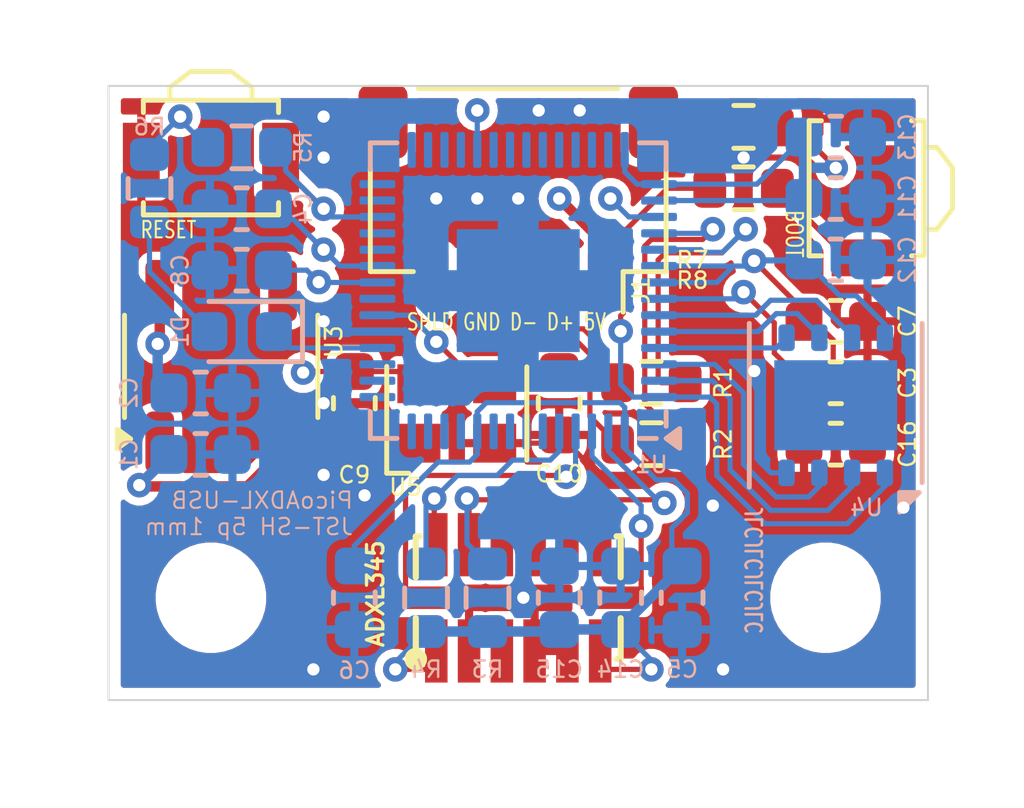
<source format=kicad_pcb>
(kicad_pcb (version 20240108) (generator "pcbnew") (generator_version "8.0")
  (layers (0 "F.Cu" signal "Front") (1 "In1.Cu" signal) (2 "In2.Cu" signal) (31 "B.Cu" signal "Back") (34 "B.Paste" user) (35 "F.Paste" user) (36 "B.SilkS" user "B.Silkscreen") (37 "F.SilkS" user "F.Silkscreen") (38 "B.Mask" user) (39 "F.Mask" user) (44 "Edge.Cuts" user))
  (net 0 "")
  (net 1 "VBUS")
  (net 2 "GND")
  (net 3 "+3V3")
  (net 4 "DVDD")
  (net 5 "/USB_DM")
  (net 6 "/USB_DP")
  (net 7 "Net-(U1-USB_DP)")
  (net 8 "Net-(U1-USB_DM)")
  (net 9 "/ADXL_SDO")
  (net 10 "/ADXL_SDI")
  (net 33 "/12MHZ_CLOCK")
  (net 35 "/ADXL_SCLK")
  (net 38 "/ADXL_CS")
  (net 39 "/ADXL_INT1")
  (net 43 "/RP_RUN")
  (net 49 "Net-(D1-K)")
  (net 50 "Net-(D1-A)")
  (net 52 "/QSPI_SS")
  (net 53 "/~{RP_BOOT}")
  (net 54 "/QSPI_SD2")
  (net 55 "/QSPI_SD1")
  (net 56 "/QSPI_SD3")
  (net 57 "/QSPI_SCLK")
  (net 58 "/QSPI_SD0")
  (footprint "PicoADXL-Library:Oscillator_SMD_Kyocera_KC2520Z-4Pin_2.5x2.0mm" (layer "F.Cu") (at 118.5 93 90)
    (property "Reference" "U5" (at -1.8 -1.25 180) (layer "F.SilkS") (effects (font (size 0.4 0.4) (thickness 0.06))))
    (property "Value" "12MHz")
    (pad "1" smd rect (at -0.725 -0.925 90) (size 0.95 1.05) (layers "F.Cu" "F.Paste" "F.Mask"))
    (pad "2" smd rect (at -0.725 0.925 90) (size 0.95 1.05) (layers "F.Cu" "F.Paste" "F.Mask") (net 2 "GND"))
    (pad "3" smd rect (at 0.725 0.925 90) (size 0.95 1.05) (layers "F.Cu" "F.Paste" "F.Mask") (net 33 "/12MHZ_CLOCK"))
    (pad "4" smd rect (at 0.725 -0.925 90) (size 0.95 1.05) (layers "F.Cu" "F.Paste" "F.Mask") (net 3 "+3V3"))
  )
  (footprint "PicoADXL-Library:R_0603_1608Metric" (layer "F.Cu") (at 123.25 92.25)
    (property "Reference" "R1" (at 1.75 0 90) (layer "F.SilkS") (effects (font (size 0.4 0.4) (thickness 0.06))))
    (property "Value" "27.4")
    (pad "1" smd roundrect (at -0.825 0) (size 0.8 0.95) (layers "F.Cu" "F.Paste" "F.Mask") (net 6 "/USB_DP"))
    (pad "2" smd roundrect (at 0.825 0) (size 0.8 0.95) (layers "F.Cu" "F.Paste" "F.Mask") (net 7 "Net-(U1-USB_DP)"))
  )
  (footprint "PicoADXL-Library:C_0603_1608Metric" (layer "F.Cu") (at 127.75 90.75)
    (property "Reference" "C7" (at 1.75 0 90) (layer "F.SilkS") (effects (font (size 0.4 0.4) (thickness 0.06))))
    (property "Value" "100nF")
    (pad "1" smd roundrect (at -0.775 0) (size 0.9 0.95) (layers "F.Cu" "F.Paste" "F.Mask") (net 3 "+3V3"))
    (pad "2" smd roundrect (at 0.775 0) (size 0.9 0.95) (layers "F.Cu" "F.Paste" "F.Mask") (net 2 "GND"))
  )
  (footprint "PicoADXL-Library:R_0603_1608Metric" (layer "F.Cu") (at 123.25 93.75)
    (property "Reference" "R2" (at 1.75 0 90) (layer "F.SilkS") (effects (font (size 0.4 0.4) (thickness 0.06))))
    (property "Value" "27.4")
    (pad "1" smd roundrect (at -0.825 0) (size 0.8 0.95) (layers "F.Cu" "F.Paste" "F.Mask") (net 5 "/USB_DM"))
    (pad "2" smd roundrect (at 0.825 0) (size 0.8 0.95) (layers "F.Cu" "F.Paste" "F.Mask") (net 8 "Net-(U1-USB_DM)"))
  )
  (footprint "PicoADXL-Library:C_0603_1608Metric" (layer "F.Cu") (at 121 92.75 -90)
    (property "Reference" "C10" (at 1.725 0 0) (layer "F.SilkS") (effects (font (size 0.4 0.4) (thickness 0.06))))
    (property "Value" "15pF")
    (pad "1" smd roundrect (at -0.775 0 270) (size 0.9 0.95) (layers "F.Cu" "F.Paste" "F.Mask") (net 33 "/12MHZ_CLOCK"))
    (pad "2" smd roundrect (at 0.775 0 270) (size 0.9 0.95) (layers "F.Cu" "F.Paste" "F.Mask") (net 2 "GND"))
  )
  (footprint "PicoADXL-Library:MountingHole_2.2mm_M2" (layer "F.Cu") (at 112.5 97.5)
    (property "Reference" "MH1" (hide yes))
    (property "Value" "MountingHole")
    (pad "" np_thru_hole circle (at 0 0) (size 2.2 2.2) (drill 2.2) (layers "*.Cu" "*.Mask"))
  )
  (footprint "PicoADXL-Library:C_0603_1608Metric" (layer "F.Cu") (at 127.75 92.25)
    (property "Reference" "C3" (at 1.75 0 90) (layer "F.SilkS") (effects (font (size 0.4 0.4) (thickness 0.06))))
    (property "Value" "100nF")
    (pad "1" smd roundrect (at -0.775 0) (size 0.9 0.95) (layers "F.Cu" "F.Paste" "F.Mask") (net 4 "DVDD"))
    (pad "2" smd roundrect (at 0.775 0) (size 0.9 0.95) (layers "F.Cu" "F.Paste" "F.Mask") (net 2 "GND"))
  )
  (footprint "PicoADXL-Library:C_0603_1608Metric" (layer "F.Cu") (at 116 92.75 -90)
    (property "Reference" "C9" (at 1.75 0 180) (layer "F.SilkS") (effects (font (size 0.4 0.4) (thickness 0.06))))
    (property "Value" "100nF")
    (pad "1" smd roundrect (at -0.775 0 270) (size 0.9 0.95) (layers "F.Cu" "F.Paste" "F.Mask") (net 3 "+3V3"))
    (pad "2" smd roundrect (at 0.775 0 270) (size 0.9 0.95) (layers "F.Cu" "F.Paste" "F.Mask") (net 2 "GND"))
  )
  (footprint "PicoADXL-Library:MountingHole_2.2mm_M2" (layer "F.Cu") (at 127.5 97.5 90)
    (property "Reference" "MH2" (hide yes))
    (property "Value" "MountingHole")
    (pad "" np_thru_hole circle (at 0 0 90) (size 2.2 2.2) (drill 2.2) (layers "*.Cu" "*.Mask"))
  )
  (footprint "PicoADXL-Library:SW_SPST_B3U-3000P" (layer "F.Cu") (at 128.5 87.5 -90)
    (property "Reference" "SW2" (hide yes))
    (property "Value" "SW_Push")
    (pad "1" smd rect (at -1.7 0 270) (size 0.9 1.7) (layers "F.Cu" "F.Paste" "F.Mask") (net 2 "GND"))
    (pad "2" smd rect (at 1.7 0 270) (size 0.9 1.7) (layers "F.Cu" "F.Paste" "F.Mask") (net 53 "/~{RP_BOOT}"))
  )
  (footprint "PicoADXL-Library:JST_SH_SM05B-SRSS-TB_1x05-1MP_P1.00mm_Horizontal" (layer "F.Cu") (at 120 87.75 180)
    (property "Reference" "J1" (at -3 -2.25 90) (layer "F.SilkS") (effects (font (size 0.4 0.4) (thickness 0.06))))
    (property "Value" "USB_CONN")
    (pad "1" smd roundrect (at -2 -2 180) (size 0.6 1.55) (layers "F.Cu" "F.Paste" "F.Mask") (net 1 "VBUS"))
    (pad "2" smd roundrect (at -1 -2 180) (size 0.6 1.55) (layers "F.Cu" "F.Paste" "F.Mask") (net 6 "/USB_DP"))
    (pad "3" smd roundrect (at 0 -2 180) (size 0.6 1.55) (layers "F.Cu" "F.Paste" "F.Mask") (net 5 "/USB_DM"))
    (pad "4" smd roundrect (at 1 -2 180) (size 0.6 1.55) (layers "F.Cu" "F.Paste" "F.Mask") (net 2 "GND"))
    (pad "5" smd roundrect (at 2 -2 180) (size 0.6 1.55) (layers "F.Cu" "F.Paste" "F.Mask") (net 2 "GND"))
    (pad "MP" smd roundrect (at -3.3 1.875 180) (size 1.2 1.8) (layers "F.Cu" "F.Paste" "F.Mask") (roundrect_rratio 0.208333))
    (pad "MP" smd roundrect (at 3.3 1.875 180) (size 1.2 1.8) (layers "F.Cu" "F.Paste" "F.Mask") (roundrect_rratio 0.208333))
  )
  (footprint "PicoADXL-Library:C_0603_1608Metric" (layer "F.Cu") (at 127.75 93.75 180)
    (property "Reference" "C16" (at -1.75 0 90) (layer "F.SilkS") (effects (font (size 0.4 0.4) (thickness 0.06))))
    (property "Value" "100nF")
    (pad "1" smd roundrect (at -0.775 0 180) (size 0.9 0.95) (layers "F.Cu" "F.Paste" "F.Mask") (net 3 "+3V3"))
    (pad "2" smd roundrect (at 0.775 0 180) (size 0.9 0.95) (layers "F.Cu" "F.Paste" "F.Mask") (net 2 "GND"))
  )
  (footprint "PicoADXL-Library:R_0603_1608Metric" (layer "F.Cu") (at 125.5 86)
    (property "Reference" "R7" (at -1.25 3.25 0) (layer "F.SilkS") (effects (font (size 0.4 0.4) (thickness 0.06))))
    (property "Value" "DNP")
    (pad "1" smd roundrect (at -0.825 0) (size 0.8 0.95) (layers "F.Cu" "F.Paste" "F.Mask") (net 52 "/QSPI_SS"))
    (pad "2" smd roundrect (at 0.825 0) (size 0.8 0.95) (layers "F.Cu" "F.Paste" "F.Mask") (net 3 "+3V3"))
  )
  (footprint "PicoADXL-Library:SOT-89-5" (layer "F.Cu") (at 112.75 91.85 90)
    (property "Reference" "U3" (at 0.6 2.75 -90) (layer "F.SilkS") (effects (font (size 0.4 0.4) (thickness 0.06))))
    (property "Value" "WL2803K")
    (pad "1" smd roundrect (at -1.85 -1.5 90) (size 1.5 0.7) (layers "F.Cu" "F.Paste" "F.Mask") (net 1 "VBUS"))
    (pad "2" smd custom (at 0 0 90) (size 0.8 2) (layers "F.Cu" "F.Paste" "F.Mask") (net 2 "GND") (options (clearance outline) (anchor rect)) (primitives (gr_poly (pts (xy 0.9 -0.5) (xy 2.6 -0.5) (xy 2.6 0.5) (xy 0.9 0.5) (xy 0.4 1) (xy -0.4 1) (xy -0.9 0.5) (xy -2.6 0.5) (xy -2.6 -0.5) (xy -0.9 -0.5) (xy -0.4 -1) (xy 0.4 -1)) (width 0) (fill yes))))
    (pad "3" smd roundrect (at -1.85 1.5 90) (size 1.5 0.7) (layers "F.Cu" "F.Paste" "F.Mask") (net 1 "VBUS"))
    (pad "4" smd roundrect (at 1.85 1.5 90) (size 1.5 0.7) (layers "F.Cu" "F.Paste" "F.Mask"))
    (pad "5" smd roundrect (at 1.85 -1.5 90) (size 1.5 0.7) (layers "F.Cu" "F.Paste" "F.Mask") (net 3 "+3V3"))
  )
  (footprint "PicoADXL-Library:ADXL3x5" (layer "F.Cu") (at 120 97.5 90)
    (property "Reference" "U2")
    (property "Value" "ADXL345")
    (pad "1" smd rect (at -1.1 -2 90) (size 1.545 0.55) (drill (offset -0.2 0)) (layers "F.Cu" "F.Paste" "F.Mask") (net 3 "+3V3"))
    (pad "2" smd rect (at -1.1 -1.2 90) (size 1.545 0.55) (drill (offset -0.2 0)) (layers "F.Cu" "F.Paste" "F.Mask") (net 2 "GND"))
    (pad "3" smd rect (at -1.1 -0.4 90) (size 1.545 0.55) (drill (offset -0.2 0)) (layers "F.Cu" "F.Paste" "F.Mask"))
    (pad "4" smd rect (at -1.1 0.4 90) (size 1.545 0.55) (drill (offset -0.2 0)) (layers "F.Cu" "F.Paste" "F.Mask") (net 2 "GND"))
    (pad "5" smd rect (at -1.1 1.2 90) (size 1.545 0.55) (drill (offset -0.2 0)) (layers "F.Cu" "F.Paste" "F.Mask") (net 2 "GND"))
    (pad "6" smd rect (at -1.1 2 90) (size 1.545 0.55) (drill (offset -0.2 0)) (layers "F.Cu" "F.Paste" "F.Mask") (net 3 "+3V3"))
    (pad "7" smd rect (at 0 2.0975 90) (size 0.55 1.545) (drill (offset 0 0.2)) (layers "F.Cu" "F.Paste" "F.Mask") (net 38 "/ADXL_CS"))
    (pad "8" smd rect (at 1.095 2 90) (size 1.545 0.55) (drill (offset 0.2 0)) (layers "F.Cu" "F.Paste" "F.Mask") (net 39 "/ADXL_INT1"))
    (pad "9" smd rect (at 1.095 1.2 90) (size 1.545 0.55) (drill (offset 0.2 0)) (layers "F.Cu" "F.Paste" "F.Mask"))
    (pad "10" smd rect (at 1.095 0.4 90) (size 1.545 0.55) (drill (offset 0.2 0)) (layers "F.Cu" "F.Paste" "F.Mask"))
    (pad "11" smd rect (at 1.095 -0.4 90) (size 1.545 0.55) (drill (offset 0.2 0)) (layers "F.Cu" "F.Paste" "F.Mask"))
    (pad "12" smd rect (at 1.095 -1.2 90) (size 1.545 0.55) (drill (offset 0.2 0)) (layers "F.Cu" "F.Paste" "F.Mask") (net 9 "/ADXL_SDO"))
    (pad "13" smd rect (at 1.095 -2 90) (size 1.545 0.55) (drill (offset 0.2 0)) (layers "F.Cu" "F.Paste" "F.Mask") (net 10 "/ADXL_SDI"))
    (pad "14" smd rect (at 0 -2.0975 90) (size 0.55 1.545) (drill (offset 0 -0.2)) (layers "F.Cu" "F.Paste" "F.Mask") (net 35 "/ADXL_SCLK"))
  )
  (footprint "PicoADXL-Library:R_0603_1608Metric" (layer "F.Cu") (at 125.5 87.5 180)
    (property "Reference" "R8" (at 1.25 -2.25 180) (layer "F.SilkS") (effects (font (size 0.4 0.4) (thickness 0.06))))
    (property "Value" "1k")
    (pad "1" smd roundrect (at -0.825 0 180) (size 0.8 0.95) (layers "F.Cu" "F.Paste" "F.Mask") (net 53 "/~{RP_BOOT}"))
    (pad "2" smd roundrect (at 0.825 0 180) (size 0.8 0.95) (layers "F.Cu" "F.Paste" "F.Mask") (net 52 "/QSPI_SS"))
  )
  (footprint "PicoADXL-Library:SW_SPST_B3U-3000P" (layer "F.Cu") (at 112.5 86.75)
    (property "Reference" "SW1" (hide yes))
    (property "Value" "SW_Push")
    (pad "1" smd rect (at -1.7 0) (size 0.9 1.7) (layers "F.Cu" "F.Paste" "F.Mask") (net 2 "GND"))
    (pad "2" smd rect (at 1.7 0) (size 0.9 1.7) (layers "F.Cu" "F.Paste" "F.Mask") (net 43 "/RP_RUN"))
  )
  (footprint "PicoADXL-Library:C_0603_1608Metric" (layer "B.Cu") (at 112.25 94)
    (property "Reference" "C1" (at -1.75 0 90) (layer "B.SilkS") (effects (font (size 0.4 0.4) (thickness 0.06)) (justify mirror)))
    (property "Value" "4.7uF")
    (pad "1" smd roundrect (at -0.775 0) (size 0.9 0.95) (layers "B.Cu" "B.Paste" "B.Mask") (net 1 "VBUS"))
    (pad "2" smd roundrect (at 0.775 0) (size 0.9 0.95) (layers "B.Cu" "B.Paste" "B.Mask") (net 2 "GND"))
  )
  (footprint "PicoADXL-Library:C_0603_1608Metric" (layer "B.Cu") (at 122.5 97.5 90)
    (property "Reference" "C14" (at -1.75 0 0) (layer "B.SilkS") (effects (font (size 0.4 0.4) (thickness 0.06)) (justify mirror)))
    (property "Value" "100nF")
    (pad "1" smd roundrect (at -0.775 0 90) (size 0.9 0.95) (layers "B.Cu" "B.Paste" "B.Mask") (net 3 "+3V3"))
    (pad "2" smd roundrect (at 0.775 0 90) (size 0.9 0.95) (layers "B.Cu" "B.Paste" "B.Mask") (net 2 "GND"))
  )
  (footprint "PicoADXL-Library:C_0603_1608Metric" (layer "B.Cu") (at 112.25 92.5)
    (property "Reference" "C2" (at -1.75 0 90) (layer "B.SilkS") (effects (font (size 0.4 0.4) (thickness 0.06)) (justify mirror)))
    (property "Value" "4.7uF")
    (pad "1" smd roundrect (at -0.775 0) (size 0.9 0.95) (layers "B.Cu" "B.Paste" "B.Mask") (net 3 "+3V3"))
    (pad "2" smd roundrect (at 0.775 0) (size 0.9 0.95) (layers "B.Cu" "B.Paste" "B.Mask") (net 2 "GND"))
  )
  (footprint "PicoADXL-Library:C_0603_1608Metric" (layer "B.Cu") (at 113.25 88 180)
    (property "Reference" "C4" (at -1.5 0 90) (layer "B.SilkS") (effects (font (size 0.4 0.4) (thickness 0.06)) (justify mirror)))
    (property "Value" "100nF")
    (pad "1" smd roundrect (at -0.775 0 180) (size 0.9 0.95) (layers "B.Cu" "B.Paste" "B.Mask") (net 4 "DVDD"))
    (pad "2" smd roundrect (at 0.775 0 180) (size 0.9 0.95) (layers "B.Cu" "B.Paste" "B.Mask") (net 2 "GND"))
  )
  (footprint "PicoADXL-Library:C_0603_1608Metric" (layer "B.Cu") (at 113.25 89.5 180)
    (property "Reference" "C8" (at 1.5 0 90) (layer "B.SilkS") (effects (font (size 0.4 0.4) (thickness 0.06)) (justify mirror)))
    (property "Value" "100nF")
    (pad "1" smd roundrect (at -0.775 0 180) (size 0.9 0.95) (layers "B.Cu" "B.Paste" "B.Mask") (net 3 "+3V3"))
    (pad "2" smd roundrect (at 0.775 0 180) (size 0.9 0.95) (layers "B.Cu" "B.Paste" "B.Mask") (net 2 "GND"))
  )
  (footprint "PicoADXL-Library:C_0603_1608Metric" (layer "B.Cu") (at 127.75 89.25)
    (property "Reference" "C12" (at 1.75 0 90) (layer "B.SilkS") (effects (font (size 0.4 0.4) (thickness 0.06)) (justify mirror)))
    (property "Value" "100nF")
    (pad "1" smd roundrect (at -0.775 0) (size 0.9 0.95) (layers "B.Cu" "B.Paste" "B.Mask") (net 3 "+3V3"))
    (pad "2" smd roundrect (at 0.775 0) (size 0.9 0.95) (layers "B.Cu" "B.Paste" "B.Mask") (net 2 "GND"))
  )
  (footprint "PicoADXL-Library:LED_0603_1608Metric" (layer "B.Cu") (at 113.25 91 180)
    (property "Reference" "D1" (at 1.5 0 -90) (layer "B.SilkS") (effects (font (size 0.4 0.4) (thickness 0.06)) (justify mirror)))
    (property "Value" "LED")
    (pad "1" smd roundrect (at -0.7875 0 180) (size 0.875 0.95) (layers "B.Cu" "B.Paste" "B.Mask") (net 49 "Net-(D1-K)"))
    (pad "2" smd roundrect (at 0.7875 0 180) (size 0.875 0.95) (layers "B.Cu" "B.Paste" "B.Mask") (net 50 "Net-(D1-A)"))
  )
  (footprint "PicoADXL-Library:R_0603_1608Metric" (layer "B.Cu") (at 113.25 86.5)
    (property "Reference" "R5" (at 1.5 0 90) (layer "B.SilkS") (effects (font (size 0.4 0.4) (thickness 0.06)) (justify mirror)))
    (property "Value" "10k")
    (pad "1" smd roundrect (at -0.825 0) (size 0.8 0.95) (layers "B.Cu" "B.Paste" "B.Mask") (net 3 "+3V3"))
    (pad "2" smd roundrect (at 0.825 0) (size 0.8 0.95) (layers "B.Cu" "B.Paste" "B.Mask") (net 43 "/RP_RUN"))
  )
  (footprint "PicoADXL-Library:C_0603_1608Metric" (layer "B.Cu") (at 124 97.5 -90)
    (property "Reference" "C5" (at 1.75 0 0) (layer "B.SilkS") (effects (font (size 0.4 0.4) (thickness 0.06)) (justify mirror)))
    (property "Value" "100nF")
    (pad "1" smd roundrect (at -0.775 0 270) (size 0.9 0.95) (layers "B.Cu" "B.Paste" "B.Mask") (net 3 "+3V3"))
    (pad "2" smd roundrect (at 0.775 0 270) (size 0.9 0.95) (layers "B.Cu" "B.Paste" "B.Mask") (net 2 "GND"))
  )
  (footprint "PicoADXL-Library:R_0603_1608Metric" (layer "B.Cu") (at 117.75 97.5 90)
    (property "Reference" "R4" (at -1.75 0 180) (layer "B.SilkS") (effects (font (size 0.4 0.4) (thickness 0.06)) (justify mirror)))
    (property "Value" "10k")
    (pad "1" smd roundrect (at -0.825 0 90) (size 0.8 0.95) (layers "B.Cu" "B.Paste" "B.Mask") (net 3 "+3V3"))
    (pad "2" smd roundrect (at 0.825 0 90) (size 0.8 0.95) (layers "B.Cu" "B.Paste" "B.Mask") (net 10 "/ADXL_SDI"))
  )
  (footprint "PicoADXL-Library:WSON-8-1EP_4x4mm_P0.8mm_EP2.2x3mm" (layer "B.Cu") (at 127.75 92.8 90)
    (property "Reference" "U4" (at -2.5 0.75 0) (layer "B.SilkS") (effects (font (size 0.4 0.4) (thickness 0.06)) (justify mirror)))
    (property "Value" "W25Q64JVXGIQ")
    (pad "1" smd roundrect (at -1.65 1.2 90) (size 0.65 0.4) (layers "B.Cu" "B.Paste" "B.Mask") (net 52 "/QSPI_SS"))
    (pad "2" smd roundrect (at -1.65 0.4 90) (size 0.65 0.4) (layers "B.Cu" "B.Paste" "B.Mask") (net 55 "/QSPI_SD1"))
    (pad "3" smd roundrect (at -1.65 -0.4 90) (size 0.65 0.4) (layers "B.Cu" "B.Paste" "B.Mask") (net 54 "/QSPI_SD2"))
    (pad "4" smd roundrect (at -1.65 -1.2 90) (size 0.65 0.4) (layers "B.Cu" "B.Paste" "B.Mask") (net 2 "GND"))
    (pad "5" smd roundrect (at 1.65 -1.2 90) (size 0.65 0.4) (layers "B.Cu" "B.Paste" "B.Mask") (net 58 "/QSPI_SD0"))
    (pad "6" smd roundrect (at 1.65 -0.4 90) (size 0.65 0.4) (layers "B.Cu" "B.Paste" "B.Mask") (net 57 "/QSPI_SCLK"))
    (pad "7" smd roundrect (at 1.65 0.4 90) (size 0.65 0.4) (layers "B.Cu" "B.Paste" "B.Mask") (net 56 "/QSPI_SD3"))
    (pad "8" smd roundrect (at 1.65 1.2 90) (size 0.65 0.4) (layers "B.Cu" "B.Paste" "B.Mask") (net 3 "+3V3"))
    (pad "9" smd rect (at 0 0 90) (size 2.2 3) (property pad_prop_heatsink) (layers "B.Cu" "B.Mask") (thermal_bridge_width 1) (thermal_gap 0.127))
  )
  (footprint "PicoADXL-Library:QFN-56-1EP_7x7mm_P0.4mm_EP3.2x3.2mm" (layer "B.Cu") (at 120 90 90)
    (property "Reference" "U1" (at -4.25 3.25 180) (layer "B.SilkS") (effects (font (size 0.4 0.4) (thickness 0.06)) (justify mirror)))
    (property "Value" "RP2040")
    (pad "1" smd roundrect (at -3.4375 2.6 90) (size 0.875 0.2) (layers "B.Cu" "B.Paste" "B.Mask") (net 3 "+3V3"))
    (pad "2" smd roundrect (at -3.4375 2.2 90) (size 0.875 0.2) (layers "B.Cu" "B.Paste" "B.Mask") (net 9 "/ADXL_SDO"))
    (pad "3" smd roundrect (at -3.4375 1.8 90) (size 0.875 0.2) (layers "B.Cu" "B.Paste" "B.Mask") (net 38 "/ADXL_CS"))
    (pad "4" smd roundrect (at -3.4375 1.4 90) (size 0.875 0.2) (layers "B.Cu" "B.Paste" "B.Mask") (net 35 "/ADXL_SCLK"))
    (pad "5" smd roundrect (at -3.4375 1 90) (size 0.875 0.2) (layers "B.Cu" "B.Paste" "B.Mask") (net 10 "/ADXL_SDI"))
    (pad "6" smd roundrect (at -3.4375 0.6 90) (size 0.875 0.2) (layers "B.Cu" "B.Paste" "B.Mask"))
    (pad "7" smd roundrect (at -3.4375 0.2 90) (size 0.875 0.2) (layers "B.Cu" "B.Paste" "B.Mask"))
    (pad "8" smd roundrect (at -3.4375 -0.2 90) (size 0.875 0.2) (layers "B.Cu" "B.Paste" "B.Mask"))
    (pad "9" smd roundrect (at -3.4375 -0.6 90) (size 0.875 0.2) (layers "B.Cu" "B.Paste" "B.Mask"))
    (pad "10" smd roundrect (at -3.4375 -1 90) (size 0.875 0.2) (layers "B.Cu" "B.Paste" "B.Mask") (net 3 "+3V3"))
    (pad "11" smd roundrect (at -3.4375 -1.4 90) (size 0.875 0.2) (layers "B.Cu" "B.Paste" "B.Mask"))
    (pad "12" smd roundrect (at -3.4375 -1.8 90) (size 0.875 0.2) (layers "B.Cu" "B.Paste" "B.Mask"))
    (pad "13" smd roundrect (at -3.4375 -2.2 90) (size 0.875 0.2) (layers "B.Cu" "B.Paste" "B.Mask"))
    (pad "14" smd roundrect (at -3.4375 -2.6 90) (size 0.875 0.2) (layers "B.Cu" "B.Paste" "B.Mask"))
    (pad "15" smd roundrect (at -2.6 -3.4375 90) (size 0.2 0.875) (layers "B.Cu" "B.Paste" "B.Mask"))
    (pad "16" smd roundrect (at -2.2 -3.4375 90) (size 0.2 0.875) (layers "B.Cu" "B.Paste" "B.Mask"))
    (pad "17" smd roundrect (at -1.8 -3.4375 90) (size 0.2 0.875) (layers "B.Cu" "B.Paste" "B.Mask"))
    (pad "18" smd roundrect (at -1.4 -3.4375 90) (size 0.2 0.875) (layers "B.Cu" "B.Paste" "B.Mask") (net 49 "Net-(D1-K)"))
    (pad "19" smd roundrect (at -1 -3.4375 90) (size 0.2 0.875) (layers "B.Cu" "B.Paste" "B.Mask") (net 2 "GND"))
    (pad "20" smd roundrect (at -0.6 -3.4375 90) (size 0.2 0.875) (layers "B.Cu" "B.Paste" "B.Mask") (net 33 "/12MHZ_CLOCK"))
    (pad "21" smd roundrect (at -0.2 -3.4375 90) (size 0.2 0.875) (layers "B.Cu" "B.Paste" "B.Mask"))
    (pad "22" smd roundrect (at 0.2 -3.4375 90) (size 0.2 0.875) (layers "B.Cu" "B.Paste" "B.Mask") (net 3 "+3V3"))
    (pad "23" smd roundrect (at 0.6 -3.4375 90) (size 0.2 0.875) (layers "B.Cu" "B.Paste" "B.Mask") (net 4 "DVDD"))
    (pad "24" smd roundrect (at 1 -3.4375 90) (size 0.2 0.875) (layers "B.Cu" "B.Paste" "B.Mask"))
    (pad "25" smd roundrect (at 1.4 -3.4375 90) (size 0.2 0.875) (layers "B.Cu" "B.Paste" "B.Mask"))
    (pad "26" smd roundrect (at 1.8 -3.4375 90) (size 0.2 0.875) (layers "B.Cu" "B.Paste" "B.Mask") (net 43 "/RP_RUN"))
    (pad "27" smd roundrect (at 2.2 -3.4375 90) (size 0.2 0.875) (layers "B.Cu" "B.Paste" "B.Mask"))
    (pad "28" smd roundrect (at 2.6 -3.4375 90) (size 0.2 0.875) (layers "B.Cu" "B.Paste" "B.Mask"))
    (pad "29" smd roundrect (at 3.4375 -2.6 90) (size 0.875 0.2) (layers "B.Cu" "B.Paste" "B.Mask"))
    (pad "30" smd roundrect (at 3.4375 -2.2 90) (size 0.875 0.2) (layers "B.Cu" "B.Paste" "B.Mask"))
    (pad "31" smd roundrect (at 3.4375 -1.8 90) (size 0.875 0.2) (layers "B.Cu" "B.Paste" "B.Mask"))
    (pad "32" smd roundrect (at 3.4375 -1.4 90) (size 0.875 0.2) (layers "B.Cu" "B.Paste" "B.Mask"))
    (pad "33" smd roundrect (at 3.4375 -1 90) (size 0.875 0.2) (layers "B.Cu" "B.Paste" "B.Mask") (net 3 "+3V3"))
    (pad "34" smd roundrect (at 3.4375 -0.6 90) (size 0.875 0.2) (layers "B.Cu" "B.Paste" "B.Mask"))
    (pad "35" smd roundrect (at 3.4375 -0.2 90) (size 0.875 0.2) (layers "B.Cu" "B.Paste" "B.Mask"))
    (pad "36" smd roundrect (at 3.4375 0.2 90) (size 0.875 0.2) (layers "B.Cu" "B.Paste" "B.Mask"))
    (pad "37" smd roundrect (at 3.4375 0.6 90) (size 0.875 0.2) (layers "B.Cu" "B.Paste" "B.Mask"))
    (pad "38" smd roundrect (at 3.4375 1 90) (size 0.875 0.2) (layers "B.Cu" "B.Paste" "B.Mask"))
    (pad "39" smd roundrect (at 3.4375 1.4 90) (size 0.875 0.2) (layers "B.Cu" "B.Paste" "B.Mask"))
    (pad "40" smd roundrect (at 3.4375 1.8 90) (size 0.875 0.2) (layers "B.Cu" "B.Paste" "B.Mask"))
    (pad "41" smd roundrect (at 3.4375 2.2 90) (size 0.875 0.2) (layers "B.Cu" "B.Paste" "B.Mask"))
    (pad "42" smd roundrect (at 3.4375 2.6 90) (size 0.875 0.2) (layers "B.Cu" "B.Paste" "B.Mask") (net 3 "+3V3"))
    (pad "43" smd roundrect (at 2.6 3.4375 90) (size 0.2 0.875) (layers "B.Cu" "B.Paste" "B.Mask") (net 3 "+3V3"))
    (pad "44" smd roundrect (at 2.2 3.4375 90) (size 0.2 0.875) (layers "B.Cu" "B.Paste" "B.Mask") (net 3 "+3V3"))
    (pad "45" smd roundrect (at 1.8 3.4375 90) (size 0.2 0.875) (layers "B.Cu" "B.Paste" "B.Mask") (net 4 "DVDD"))
    (pad "46" smd roundrect (at 1.4 3.4375 90) (size 0.2 0.875) (layers "B.Cu" "B.Paste" "B.Mask") (net 8 "Net-(U1-USB_DM)"))
    (pad "47" smd roundrect (at 1 3.4375 90) (size 0.2 0.875) (layers "B.Cu" "B.Paste" "B.Mask") (net 7 "Net-(U1-USB_DP)"))
    (pad "48" smd roundrect (at 0.6 3.4375 90) (size 0.2 0.875) (layers "B.Cu" "B.Paste" "B.Mask") (net 3 "+3V3"))
    (pad "49" smd roundrect (at 0.2 3.4375 90) (size 0.2 0.875) (layers "B.Cu" "B.Paste" "B.Mask") (net 3 "+3V3"))
    (pad "50" smd roundrect (at -0.2 3.4375 90) (size 0.2 0.875) (layers "B.Cu" "B.Paste" "B.Mask") (net 4 "DVDD"))
    (pad "51" smd roundrect (at -0.6 3.4375 90) (size 0.2 0.875) (layers "B.Cu" "B.Paste" "B.Mask") (net 56 "/QSPI_SD3"))
    (pad "52" smd roundrect (at -1 3.4375 90) (size 0.2 0.875) (layers "B.Cu" "B.Paste" "B.Mask") (net 57 "/QSPI_SCLK"))
    (pad "53" smd roundrect (at -1.4 3.4375 90) (size 0.2 0.875) (layers "B.Cu" "B.Paste" "B.Mask") (net 58 "/QSPI_SD0"))
    (pad "54" smd roundrect (at -1.8 3.4375 90) (size 0.2 0.875) (layers "B.Cu" "B.Paste" "B.Mask") (net 54 "/QSPI_SD2"))
    (pad "55" smd roundrect (at -2.2 3.4375 90) (size 0.2 0.875) (layers "B.Cu" "B.Paste" "B.Mask") (net 55 "/QSPI_SD1"))
    (pad "56" smd roundrect (at -2.6 3.4375 90) (size 0.2 0.875) (layers "B.Cu" "B.Paste" "B.Mask") (net 52 "/QSPI_SS"))
    (pad "57" smd rect (at 0 0 90) (size 3 3) (property pad_prop_heatsink) (layers "B.Cu" "B.Mask") (net 2 "GND") (thermal_bridge_width 1) (thermal_gap 0.2))
  )
  (footprint "PicoADXL-Library:C_0603_1608Metric" (layer "B.Cu") (at 127.75 87.75)
    (property "Reference" "C11" (at 1.75 0 90) (layer "B.SilkS") (effects (font (size 0.4 0.4) (thickness 0.06)) (justify mirror)))
    (property "Value" "1uF")
    (pad "1" smd roundrect (at -0.775 0) (size 0.9 0.95) (layers "B.Cu" "B.Paste" "B.Mask") (net 3 "+3V3"))
    (pad "2" smd roundrect (at 0.775 0) (size 0.9 0.95) (layers "B.Cu" "B.Paste" "B.Mask") (net 2 "GND"))
  )
  (footprint "PicoADXL-Library:C_0603_1608Metric" (layer "B.Cu") (at 121 97.5 90)
    (property "Reference" "C15" (at -1.75 0 0) (layer "B.SilkS") (effects (font (size 0.4 0.4) (thickness 0.06)) (justify mirror)))
    (property "Value" "1uF")
    (pad "1" smd roundrect (at -0.775 0 90) (size 0.9 0.95) (layers "B.Cu" "B.Paste" "B.Mask") (net 3 "+3V3"))
    (pad "2" smd roundrect (at 0.775 0 90) (size 0.9 0.95) (layers "B.Cu" "B.Paste" "B.Mask") (net 2 "GND"))
  )
  (footprint "PicoADXL-Library:C_0603_1608Metric" (layer "B.Cu") (at 116 97.5 -90)
    (property "Reference" "C6" (at 1.775 0 0) (layer "B.SilkS") (effects (font (size 0.4 0.4) (thickness 0.06)) (justify mirror)))
    (property "Value" "100nF")
    (pad "1" smd roundrect (at -0.775 0 270) (size 0.9 0.95) (layers "B.Cu" "B.Paste" "B.Mask") (net 3 "+3V3"))
    (pad "2" smd roundrect (at 0.775 0 270) (size 0.9 0.95) (layers "B.Cu" "B.Paste" "B.Mask") (net 2 "GND"))
  )
  (footprint "PicoADXL-Library:R_0603_1608Metric" (layer "B.Cu") (at 119.25 97.5 90)
    (property "Reference" "R3" (at -1.75 0 180) (layer "B.SilkS") (effects (font (size 0.4 0.4) (thickness 0.06)) (justify mirror)))
    (property "Value" "10k")
    (pad "1" smd roundrect (at -0.825 0 90) (size 0.8 0.95) (layers "B.Cu" "B.Paste" "B.Mask") (net 3 "+3V3"))
    (pad "2" smd roundrect (at 0.825 0 90) (size 0.8 0.95) (layers "B.Cu" "B.Paste" "B.Mask") (net 9 "/ADXL_SDO"))
  )
  (footprint "PicoADXL-Library:C_0603_1608Metric" (layer "B.Cu") (at 127.75 86.25)
    (property "Reference" "C13" (at 1.75 0 90) (layer "B.SilkS") (effects (font (size 0.4 0.4) (thickness 0.06)) (justify mirror)))
    (property "Value" "100nF")
    (pad "1" smd roundrect (at -0.775 0) (size 0.9 0.95) (layers "B.Cu" "B.Paste" "B.Mask") (net 3 "+3V3"))
    (pad "2" smd roundrect (at 0.775 0) (size 0.9 0.95) (layers "B.Cu" "B.Paste" "B.Mask") (net 2 "GND"))
  )
  (footprint "PicoADXL-Library:R_0603_1608Metric" (layer "B.Cu") (at 111 87.5 -90)
    (property "Reference" "R6" (at -1.5 0 180) (layer "B.SilkS") (effects (font (size 0.4 0.4) (thickness 0.06)) (justify mirror)))
    (property "Value" "300")
    (pad "1" smd roundrect (at -0.825 0 270) (size 0.8 0.95) (layers "B.Cu" "B.Paste" "B.Mask") (net 3 "+3V3"))
    (pad "2" smd roundrect (at 0.825 0 270) (size 0.8 0.95) (layers "B.Cu" "B.Paste" "B.Mask") (net 50 "Net-(D1-A)"))
  )
  (gr_line (start 110 85) (end 130 85) (stroke (width 0.05)) (layer "Edge.Cuts"))
  (gr_line (start 130 85) (end 130 100) (stroke (width 0.05)) (layer "Edge.Cuts"))
  (gr_line (start 110 100) (end 110 85) (stroke (width 0.05)) (layer "Edge.Cuts"))
  (gr_line (start 130 100) (end 110 100) (stroke (width 0.05)) (layer "Edge.Cuts"))
  (gr_text "PicoADXL-USB\nJST-SH 5p 1mm" (at 116 96 0) (layer "B.SilkS") (effects (font (size 0.4 0.4) (thickness 0.05)) (justify left bottom mirror)))
  (gr_text "JLCJLCJLCJLC" (at 126 95.25 90) (layer "B.SilkS") (effects (font (size 0.4 0.3) (thickness 0.0625)) (justify left bottom mirror)))
  (gr_text "RESET" (at 110.75 88.75 0) (layer "F.SilkS") (effects (font (size 0.4 0.3) (thickness 0.05) (bold yes)) (justify left bottom)))
  (gr_text "BOOT" (at 126.5 88 270) (layer "F.SilkS") (effects (font (size 0.4 0.3) (thickness 0.05) (bold yes)) (justify left bottom)))
  (gr_text "ADXL345" (at 116.75 98.75 90) (layer "F.SilkS") (effects (font (size 0.4 0.4) (thickness 0.08) (bold yes)) (justify left bottom)))
  (gr_text "SHLD GND D- D+ 5V" (at 117.25 91 0) (layer "F.SilkS") (effects (font (size 0.4 0.3) (thickness 0.05)) (justify left bottom)))
  (segment (start 110.75 94.75) (end 111.25 94.25) (width 0.254) (layer "F.Cu") (net 1))
  (segment (start 111.25 94.25) (end 111.25 93.7) (width 0.254) (layer "F.Cu") (net 1))
  (segment (start 110.75 94.75) (end 110.782 94.782) (width 0.254) (layer "F.Cu") (net 1))
  (segment (start 114.25 93.91952) (end 114.25 93.7) (width 0.254) (layer "F.Cu") (net 1))
  (segment (start 110.782 94.782) (end 113.38752 94.782) (width 0.254) (layer "F.Cu") (net 1))
  (segment (start 122 89.75) (end 122 88.75) (width 0.254) (layer "F.Cu") (net 1))
  (segment (start 113.38752 94.782) (end 114.25 93.91952) (width 0.254) (layer "F.Cu") (net 1))
  (segment (start 122 88.75) (end 121 87.75) (width 0.254) (layer "F.Cu") (net 1))
  (via (at 110.75 94.75) (size 0.6) (drill 0.3) (layers "F.Cu" "B.Cu") (net 1))
  (via (at 121 87.75) (size 0.6) (drill 0.3) (layers "F.Cu" "B.Cu") (net 1))
  (segment (start 110.75 94.75) (end 111.475 94.025) (width 0.254) (layer "B.Cu") (net 1))
  (segment (start 111.475 94.025) (end 111.475 94) (width 0.254) (layer "B.Cu") (net 1))
  (segment (start 121.9635 94.4885) (end 123.876506 94.4885) (width 0.127) (layer "F.Cu") (net 2))
  (segment (start 121 93.525) (end 121.9635 94.4885) (width 0.127) (layer "F.Cu") (net 2))
  (segment (start 120.8 93.725) (end 121 93.525) (width 0.127) (layer "F.Cu") (net 2))
  (segment (start 119.425 93.725) (end 120.8 93.725) (width 0.127) (layer "F.Cu") (net 2))
  (segment (start 124.638006 95.25) (end 124.75 95.25) (width 0.127) (layer "F.Cu") (net 2))
  (segment (start 123.876506 94.4885) (end 124.638006 95.25) (width 0.127) (layer "F.Cu") (net 2))
  (via (at 115.25 92.75) (size 0.6) (drill 0.3) (layers "F.Cu" "B.Cu") (net 2))
  (via (at 120.125 97.5) (size 0.6) (drill 0.3) (layers "F.Cu" "B.Cu") (net 2))
  (via (at 115.25 90.75) (size 0.6) (drill 0.3) (layers "F.Cu" "B.Cu") (net 2))
  (via (at 115 99.25) (size 0.6) (drill 0.3) (layers "F.Cu" "B.Cu") (net 2))
  (via (at 125 99.25) (size 0.6) (drill 0.3) (layers "F.Cu" "B.Cu") (net 2))
  (via (at 120 87.75) (size 0.6) (drill 0.3) (layers "F.Cu" "B.Cu") (net 2))
  (via (at 125.760408 91.9635) (size 0.6) (drill 0.3) (layers "F.Cu" "B.Cu") (net 2))
  (via (at 120.5 85.6) (size 0.6) (drill 0.3) (layers "F.Cu" "B.Cu") (net 2))
  (via (at 115.25 85.75) (size 0.6) (drill 0.3) (layers "F.Cu" "B.Cu") (net 2))
  (via (at 116.25 95) (size 0.6) (drill 0.3) (layers "F.Cu" "B.Cu") (net 2))
  (via (at 115.25 94.5) (size 0.6) (drill 0.3) (layers "F.Cu" "B.Cu") (net 2))
  (via (at 115.25 86.75) (size 0.6) (drill 0.3) (layers "F.Cu" "B.Cu") (net 2))
  (via (at 124.75 95.25) (size 0.6) (drill 0.3) (layers "F.Cu" "B.Cu") (net 2))
  (via (at 121.5 85.6) (size 0.6) (drill 0.3) (layers "F.Cu" "B.Cu") (net 2))
  (via (at 129.4 95.3) (size 0.6) (drill 0.3) (layers "F.Cu" "B.Cu") (net 2))
  (via (at 118 87.75) (size 0.6) (drill 0.3) (layers "F.Cu" "B.Cu") (net 2))
  (via (at 125.5 86.75) (size 0.6) (drill 0.3) (layers "F.Cu" "B.Cu") (net 2))
  (via (at 119 87.75) (size 0.6) (drill 0.3) (layers "F.Cu" "B.Cu") (net 2))
  (segment (start 126.110305 94.389695) (end 125.827 94.10639) (width 0.127) (layer "B.Cu") (net 2))
  (segment (start 125.827 93) (end 125.827 92.030092) (width 0.127) (layer "B.Cu") (net 2))
  (segment (start 126.55 94.45) (end 126.17061 94.45) (width 0.127) (layer "B.Cu") (net 2))
  (segment (start 126.17061 94.45) (end 126.110305 94.389695) (width 0.127) (layer "B.Cu") (net 2))
  (segment (start 125.827 94.10639) (end 125.827 93) (width 0.127) (layer "B.Cu") (net 2))
  (segment (start 125.827 92.030092) (end 125.760408 91.9635) (width 0.127) (layer "B.Cu") (net 2))
  (segment (start 125.756131 89.272992) (end 126.975 90.491861) (width 0.127) (layer "F.Cu") (net 3))
  (segment (start 126.75 86) (end 127.75 87) (width 0.127) (layer "F.Cu") (net 3))
  (segment (start 116 91.975) (end 114.775 91.975) (width 0.127) (layer "F.Cu") (net 3))
  (segment (start 111.25 91.25) (end 111.25 90) (width 0.254) (layer "F.Cu") (net 3))
  (segment (start 126.975 90.491861) (end 126.975 90.75) (width 0.127) (layer "F.Cu") (net 3))
  (segment (start 127.6885 92.9135) (end 127.6885 91.205361) (width 0.127) (layer "F.Cu") (net 3))
  (segment (start 118 99.25) (end 117 99.25) (width 0.127) (layer "F.Cu") (net 3))
  (segment (start 128.525 93.75) (end 127.6885 92.9135) (width 0.127) (layer "F.Cu") (net 3))
  (segment (start 114.775 91.975) (end 114.75 92) (width 0.127) (layer "F.Cu") (net 3))
  (segment (start 117.2 91.975) (end 116 91.975) (width 0.127) (layer "F.Cu") (net 3))
  (segment (start 117.5 92.275) (end 117.2 91.975) (width 0.127) (layer "F.Cu") (net 3))
  (segment (start 117.575 92.275) (end 117.5 92.275) (width 0.127) (layer "F.Cu") (net 3))
  (segment (start 126.325 86) (end 126.75 86) (width 0.127) (layer "F.Cu") (net 3))
  (segment (start 127.6885 91.205361) (end 125.756131 89.272992) (width 0.127) (layer "F.Cu") (net 3))
  (segment (start 118 98.6) (end 118 99.25) (width 0.127) (layer "F.Cu") (net 3))
  (segment (start 122 99.25) (end 123.25 99.25) (width 0.127) (layer "F.Cu") (net 3))
  (segment (start 122 98.6) (end 122 99.25) (width 0.127) (layer "F.Cu") (net 3))
  (segment (start 111.2 91.3) (end 111.25 91.25) (width 0.254) (layer "F.Cu") (net 3))
  (via (at 111.2 91.3) (size 0.6) (drill 0.3) (layers "F.Cu" "B.Cu") (net 3))
  (via (at 119 85.6) (size 0.6) (drill 0.3) (layers "F.Cu" "B.Cu") (net 3))
  (via (at 127.75 87) (size 0.6) (drill 0.3) (layers "F.Cu" "B.Cu") (net 3))
  (via (at 123.25 99.25) (size 0.6) (drill 0.3) (layers "F.Cu" "B.Cu") (net 3))
  (via (at 117 99.25) (size 0.6) (drill 0.3) (layers "F.Cu" "B.Cu") (net 3))
  (via (at 114.75 92) (size 0.6) (drill 0.3) (layers "F.Cu" "B.Cu") (net 3))
  (via (at 111.75 85.75) (size 0.6) (drill 0.3) (layers "F.Cu" "B.Cu") (net 3))
  (via (at 115.130696 89.791056) (size 0.6) (drill 0.3) (layers "F.Cu" "B.Cu") (net 3))
  (via (at 125.756131 89.272992) (size 0.6) (drill 0.3) (layers "F.Cu" "B.Cu") (net 3))
  (segment (start 123.75 96.475) (end 123.75 95.79691) (width 0.127) (layer "B.Cu") (net 3))
  (segment (start 126.975 87) (end 126.975 86.25) (width 0.254) (layer "B.Cu") (net 3))
  (segment (start 111.75 85.75) (end 111.75 85.825) (width 0.127) (layer "B.Cu") (net 3))
  (segment (start 120.95 98.325) (end 121 98.275) (width 0.254) (layer "B.Cu") (net 3))
  (segment (start 111 86.675) (end 111 86.5) (width 0.127) (layer "B.Cu") (net 3))
  (segment (start 122.6 86.5625) (end 122.6 87.1) (width 0.127) (layer "B.Cu") (net 3))
  (segment (start 122.6 93.85) (end 123.370813 94.620813) (width 0.127) (layer "B.Cu") (net 3))
  (segment (start 126.975 87) (end 127.75 87) (width 0.254) (layer "B.Cu") (net 3))
  (segment (start 126.975 87.75) (end 126.925 87.8) (width 0.127) (layer "B.Cu") (net 3))
  (segment (start 126.975 87.75) (end 126.975 87) (width 0.254) (layer "B.Cu") (net 3))
  (segment (start 111.75 85.825) (end 112.425 86.5) (width 0.127) (layer "B.Cu") (net 3))
  (segment (start 123.4375 89.4) (end 125.25 89.4) (width 0.127) (layer "B.Cu") (net 3))
  (segment (start 123.75 95.79691) (end 124.129187 95.417723) (width 0.127) (layer "B.Cu") (net 3))
  (segment (start 124.129187 94.950903) (end 124.129187 95.417723) (width 0.127) (layer "B.Cu") (net 3))
  (segment (start 119 93.4375) (end 119 94) (width 0.127) (layer "B.Cu") (net 3))
  (segment (start 125.825 87.4) (end 123.4375 87.4) (width 0.127) (layer "B.Cu") (net 3))
  (segment (start 116 96.230086) (end 116 96.725) (width 0.127) (layer "B.Cu") (net 3))
  (segment (start 115.130696 89.791056) (end 115.13964 89.8) (width 0.127) (layer "B.Cu") (net 3))
  (segment (start 119 94) (end 118.8135 94.1865) (width 0.127) (layer "B.Cu") (net 3))
  (segment (start 122.5 98.275) (end 121 98.275) (width 0.254) (layer "B.Cu") (net 3))
  (segment (start 111.2 91.3) (end 111.2 92.225) (width 0.254) (layer "B.Cu") (net 3))
  (segment (start 122.6 93.4375) (end 122.6 93.85) (width 0.127) (layer "B.Cu") (net 3))
  (segment (start 111.2 92.225) (end 111.475 92.5) (width 0.254) (layer "B.Cu") (net 3))
  (segment (start 111 86.5) (end 111.75 85.75) (width 0.127) (layer "B.Cu") (net 3))
  (segment (start 124.129187 95.417723) (end 123.79691 95.75) (width 0.127) (layer "B.Cu") (net 3))
  (segment (start 126.975 89.25) (end 125.779123 89.25) (width 0.127) (layer "B.Cu") (net 3))
  (segment (start 126.975 89.25) (end 126.975 88.5) (width 0.254) (layer "B.Cu") (net 3))
  (segment (start 119.218758 92.7365) (end 122.4865 92.7365) (width 0.127) (layer "B.Cu") (net 3))
  (segment (start 118.8135 94.1865) (end 118.043587 94.1865) (width 0.127) (layer "B.Cu") (net 3))
  (segment (start 123.799097 94.620813) (end 124.129187 94.950903) (width 0.127) (layer "B.Cu") (net 3))
  (segment (start 124 96.725) (end 123.75 96.475) (width 0.127) (layer "B.Cu") (net 3))
  (segment (start 116.740043 95.490043) (end 116 96.230086) (width 0.127) (layer "B.Cu") (net 3))
  (segment (start 114.83964 89.5) (end 114.025 89.5) (width 0.127) (layer "B.Cu") (net 3))
  (segment (start 123.4375 89.8) (end 124.85 89.8) (width 0.127) (layer "B.Cu") (net 3))
  (segment (start 126.925 87.8) (end 123.4375 87.8) (width 0.127) (layer "B.Cu") (net 3))
  (segment (start 119 86.5625) (end 119 85.6) (width 0.127) (layer "B.Cu") (net 3))
  (segment (start 128.95 90.825001) (end 128.247856 90.122857) (width 0.127) (layer "B.Cu") (net 3))
  (segment (start 122.6 92.85) (end 122.6 93.4375) (width 0.127) (layer "B.Cu") (net 3))
  (segment (start 115.130696 89.791056) (end 114.83964 89.5) (width 0.127) (layer "B.Cu") (net 3))
  (segment (start 118.043587 94.1865) (end 116.740043 95.490043) (width 0.127) (layer "B.Cu") (net 3))
  (segment (start 119 93.4375) (end 119 92.955258) (width 0.127) (layer "B.Cu") (net 3))
  (segment (start 127.847857 90.122857) (end 126.997992 89.272992) (width 0.127) (layer "B.Cu") (net 3))
  (segment (start 122.6 87.1) (end 122.9 87.4) (width 0.127) (layer "B.Cu") (net 3))
  (segment (start 123.25 99.025) (end 122.5 98.275) (width 0.127) (layer "B.Cu") (net 3))
  (segment (start 125.25 89.4) (end 125.629123 89.4) (width 0.127) (layer "B.Cu") (net 3))
  (segment (start 122.9 87.4) (end 123.4375 87.4) (width 0.127) (layer "B.Cu") (net 3))
  (segment (start 119.25 98.325) (end 120.95 98.325) (width 0.254) (layer "B.Cu") (net 3))
  (segment (start 124.85 89.8) (end 125.25 89.4) (width 0.127) (layer "B.Cu") (net 3))
  (segment (start 115.13964 89.8) (end 116.5625 89.8) (width 0.127) (layer "B.Cu") (net 3))
  (segment (start 126.975 86.25) (end 125.825 87.4) (width 0.127) (layer "B.Cu") (net 3))
  (segment (start 122.5 98.225) (end 124 96.725) (width 0.254) (layer "B.Cu") (net 3))
  (segment (start 128.95 91.15) (end 128.95 90.825001) (width 0.127) (layer "B.Cu") (net 3))
  (segment (start 119 92.955258) (end 119.218758 92.7365) (width 0.127) (layer "B.Cu") (net 3))
  (segment (start 123.5 94.620813) (end 123.799097 94.620813) (width 0.127) (layer "B.Cu") (net 3))
  (segment (start 117 99.25) (end 117 99.075) (width 0.127) (layer "B.Cu") (net 3))
  (segment (start 117 99.075) (end 117.75 98.325) (width 0.127) (layer "B.Cu") (net 3))
  (segment (start 123.370813 94.620813) (end 123.5 94.620813) (width 0.127) (layer "B.Cu") (net 3))
  (segment (start 122.4865 92.7365) (end 122.6 92.85) (width 0.127) (layer "B.Cu") (net 3))
  (segment (start 126.975 88.5) (end 126.975 87.75) (width 0.254) (layer "B.Cu") (net 3))
  (segment (start 117.75 98.325) (end 119.25 98.325) (width 0.254) (layer "B.Cu") (net 3))
  (segment (start 125.779123 89.25) (end 125.756131 89.272992) (width 0.127) (layer "B.Cu") (net 3))
  (segment (start 128.247856 90.122857) (end 127.847857 90.122857) (width 0.127) (layer "B.Cu") (net 3))
  (segment (start 125.629123 89.4) (end 125.756131 89.272992) (width 0.127) (layer "B.Cu") (net 3))
  (segment (start 123.25 99.25) (end 123.25 99.025) (width 0.127) (layer "B.Cu") (net 3))
  (segment (start 126.997992 89.272992) (end 125.756131 89.272992) (width 0.127) (layer "B.Cu") (net 3))
  (segment (start 122.5 98.275) (end 122.5 98.225) (width 0.254) (layer "B.Cu") (net 3))
  (segment (start 126.25 90.7865) (end 126.25 91.525) (width 0.127) (layer "F.Cu") (net 4))
  (segment (start 126.25 91.525) (end 126.975 92.25) (width 0.127) (layer "F.Cu") (net 4))
  (segment (start 125.5 90.0365) (end 126.25 90.7865) (width 0.127) (layer "F.Cu") (net 4))
  (via (at 125.5 90.0365) (size 0.6) (drill 0.3) (layers "F.Cu" "B.Cu") (net 4))
  (via (at 122.25 87.75) (size 0.6) (drill 0.3) (layers "F.Cu" "B.Cu") (net 4))
  (via (at 115.25 89) (size 0.6) (drill 0.3) (layers "F.Cu" "B.Cu") (net 4))
  (segment (start 115.25 89) (end 114.25 88) (width 0.127) (layer "B.Cu") (net 4))
  (segment (start 115.65 89.4) (end 116.5625 89.4) (width 0.127) (layer "B.Cu") (net 4))
  (segment (start 114.25 88) (end 114.025 88) (width 0.127) (layer "B.Cu") (net 4))
  (segment (start 122.25 87.75) (end 122.7 88.2) (width 0.127) (layer "B.Cu") (net 4))
  (segment (start 122.7 88.2) (end 123.4375 88.2) (width 0.127) (layer "B.Cu") (net 4))
  (segment (start 115.25 89) (end 115.65 89.4) (width 0.127) (layer "B.Cu") (net 4))
  (segment (start 123.4375 90.2) (end 125.3365 90.2) (width 0.127) (layer "B.Cu") (net 4))
  (segment (start 125.3365 90.2) (end 125.5 90.0365) (width 0.127) (layer "B.Cu") (net 4))
  (segment (start 121.458578 91.2615) (end 121.75 91.552922) (width 0.127) (layer "F.Cu") (net 5))
  (segment (start 120.736501 91.2615) (end 121.458578 91.2615) (width 0.127) (layer "F.Cu") (net 5))
  (segment (start 120 89.75) (end 120 90.524999) (width 0.127) (layer "F.Cu") (net 5))
  (segment (start 120 90.524999) (end 120.736501 91.2615) (width 0.127) (layer "F.Cu") (net 5))
  (segment (start 121.75 91.552922) (end 121.75 93.075) (width 0.127) (layer "F.Cu") (net 5))
  (segment (start 121.75 93.075) (end 122.425 93.75) (width 0.127) (layer "F.Cu") (net 5))
  (segment (start 122.077 91.902) (end 122.077 91.417474) (width 0.127) (layer "F.Cu") (net 6))
  (segment (start 122.425 92.25) (end 122.077 91.902) (width 0.127) (layer "F.Cu") (net 6))
  (segment (start 121.594026 90.9345) (end 121.25 90.9345) (width 0.127) (layer "F.Cu") (net 6))
  (segment (start 122.077 91.417474) (end 121.594026 90.9345) (width 0.127) (layer "F.Cu") (net 6))
  (segment (start 121 90.6845) (end 121 89.75) (width 0.127) (layer "F.Cu") (net 6))
  (segment (start 121.25 90.9345) (end 121 90.6845) (width 0.127) (layer "F.Cu") (net 6))
  (segment (start 123.5885 89.077) (end 123.4155 89.25) (width 0.127) (layer "F.Cu") (net 7))
  (segment (start 123.4155 92.1655) (end 123.5 92.25) (width 0.127) (layer "F.Cu") (net 7))
  (segment (start 123.5 92.25) (end 124.075 92.25) (width 0.127) (layer "F.Cu") (net 7))
  (segment (start 123.4155 89.25) (end 123.4155 92.1655) (width 0.127) (layer "F.Cu") (net 7))
  (segment (start 124.973003 89.077) (end 123.5885 89.077) (width 0.127) (layer "F.Cu") (net 7))
  (segment (start 125.550003 88.5) (end 124.973003 89.077) (width 0.127) (layer "F.Cu") (net 7))
  (via (at 125.550003 88.5) (size 0.6) (drill 0.3) (layers "F.Cu" "B.Cu") (net 7))
  (segment (start 125.550003 88.5) (end 124.986503 89.0635) (width 0.127) (layer "B.Cu") (net 7))
  (segment (start 124.51659 89.0635) (end 124.45309 89) (width 0.127) (layer "B.Cu") (net 7))
  (segment (start 124.45309 89) (end 123.4375 89) (width 0.127) (layer "B.Cu") (net 7))
  (segment (start 124.986503 89.0635) (end 124.51659 89.0635) (width 0.127) (layer "B.Cu") (net 7))
  (segment (start 124.5 88.75) (end 124.75 88.5) (width 0.127) (layer "F.Cu") (net 8))
  (segment (start 123.25 88.75) (end 124.5 88.75) (width 0.127) (layer "F.Cu") (net 8))
  (segment (start 123.0885 88.9115) (end 123.25 88.75) (width 0.127) (layer "F.Cu") (net 8))
  (segment (start 124.075 93.75) (end 123.0885 92.7635) (width 0.127) (layer "F.Cu") (net 8))
  (segment (start 123.0885 92.7635) (end 123.0885 88.9115) (width 0.127) (layer "F.Cu") (net 8))
  (via (at 124.75 88.5) (size 0.6) (drill 0.3) (layers "F.Cu" "B.Cu") (net 8))
  (segment (start 124.65 88.6) (end 123.4375 88.6) (width 0.127) (layer "B.Cu") (net 8))
  (segment (start 124.75 88.5) (end 124.65 88.6) (width 0.127) (layer "B.Cu") (net 8))
  (segment (start 118.8 95.127) (end 118.8 96.405) (width 0.127) (layer "F.Cu") (net 9))
  (segment (start 123.489644 95.10827) (end 118.78127 95.10827) (width 0.127) (layer "F.Cu") (net 9))
  (segment (start 118.78127 95.10827) (end 118.75 95.077) (width 0.127) (layer "F.Cu") (net 9))
  (segment (start 123.565687 95.184313) (end 123.489644 95.10827) (width 0.127) (layer "F.Cu") (net 9))
  (segment (start 118.75 95.077) (end 118.8 95.127) (width 0.127) (layer "F.Cu") (net 9))
  (via (at 118.75 95.077) (size 0.6) (drill 0.3) (layers "F.Cu" "B.Cu") (net 9))
  (via (at 123.565687 95.184313) (size 0.6) (drill 0.3) (layers "F.Cu" "B.Cu") (net 9))
  (segment (start 118.75 96.175) (end 118.75 95.077) (width 0.127) (layer "B.Cu") (net 9))
  (segment (start 119.25 96.675) (end 118.75 96.175) (width 0.127) (layer "B.Cu") (net 9))
  (segment (start 123.464571 95.184313) (end 122.2 93.919742) (width 0.127) (layer "B.Cu") (net 9))
  (segment (start 123.565687 95.184313) (end 123.464571 95.184313) (width 0.127) (layer "B.Cu") (net 9))
  (segment (start 122.2 93.919742) (end 122.2 93.4375) (width 0.127) (layer "B.Cu") (net 9))
  (segment (start 117.949997 96.354997) (end 118 96.405) (width 0.127) (layer "F.Cu") (net 10))
  (segment (start 117.949997 95.077) (end 117.949997 96.354997) (width 0.127) (layer "F.Cu") (net 10))
  (via (at 117.949997 95.077) (size 0.6) (drill 0.3) (layers "F.Cu" "B.Cu") (net 10))
  (segment (start 117.95309 95.077) (end 118.51659 94.5135) (width 0.127) (layer "B.Cu") (net 10))
  (segment (start 117.75 96.675) (end 117.75 95.276997) (width 0.127) (layer "B.Cu") (net 10))
  (segment (start 119.4865 94.5135) (end 119.8615 94.1385) (width 0.127) (layer "B.Cu") (net 10))
  (segment (start 119.8615 94.1385) (end 120.781242 94.1385) (width 0.127) (layer "B.Cu") (net 10))
  (segment (start 117.75 95.276997) (end 117.949997 95.077) (width 0.127) (layer "B.Cu") (net 10))
  (segment (start 120.781242 94.1385) (end 121 93.919742) (width 0.127) (layer "B.Cu") (net 10))
  (segment (start 118.51659 94.5135) (end 119.4865 94.5135) (width 0.127) (layer "B.Cu") (net 10))
  (segment (start 121 93.919742) (end 121 93.4375) (width 0.127) (layer "B.Cu") (net 10))
  (segment (start 117.949997 95.077) (end 117.95309 95.077) (width 0.127) (layer "B.Cu") (net 10))
  (segment (start 120.7 92.275) (end 121 91.975) (width 0.127) (layer "F.Cu") (net 33))
  (segment (start 118 91.25) (end 119.025 92.275) (width 0.127) (layer "F.Cu") (net 33))
  (segment (start 119.425 92.275) (end 120.7 92.275) (width 0.127) (layer "F.Cu") (net 33))
  (segment (start 119.025 92.275) (end 119.425 92.275) (width 0.127) (layer "F.Cu") (net 33))
  (via (at 118 91.25) (size 0.6) (drill 0.3) (layers "F.Cu" "B.Cu") (net 33))
  (segment (start 118 91.25) (end 117.35 90.6) (width 0.127) (layer "B.Cu") (net 33))
  (segment (start 117.35 90.6) (end 116.5625 90.6) (width 0.127) (layer "B.Cu") (net 33))
  (segment (start 117.25 97.5) (end 117.9025 97.5) (width 0.127) (layer "F.Cu") (net 35))
  (segment (start 121.171724 94.544771) (end 121.140453 94.5135) (width 0.127) (layer "F.Cu") (net 35))
  (segment (start 117.25 94.980087) (end 117.25 97.5) (width 0.127) (layer "F.Cu") (net 35))
  (segment (start 117.716587 94.5135) (end 117.25 94.980087) (width 0.127) (layer "F.Cu") (net 35))
  (segment (start 121.140453 94.5135) (end 117.716587 94.5135) (width 0.127) (layer "F.Cu") (net 35))
  (via (at 121.171724 94.544771) (size 0.6) (drill 0.3) (layers "F.Cu" "B.Cu") (net 35))
  (segment (start 121.4 94.316495) (end 121.4 93.4375) (width 0.127) (layer "B.Cu") (net 35))
  (segment (start 121.171724 94.544771) (end 121.4 94.316495) (width 0.127) (layer "B.Cu") (net 35))
  (segment (start 122.0975 97.5) (end 123 97.5) (width 0.127) (layer "F.Cu") (net 38))
  (segment (start 122.75 97.5) (end 122.0975 97.5) (width 0.127) (layer "F.Cu") (net 38))
  (segment (start 123 97.25) (end 122.75 97.5) (width 0.127) (layer "F.Cu") (net 38))
  (segment (start 123 95.75) (end 123 97.25) (width 0.127) (layer "F.Cu") (net 38))
  (via (at 123 95.75) (size 0.6) (drill 0.3) (layers "F.Cu" "B.Cu") (net 38))
  (segment (start 121.8 94.048604) (end 121.8 93.4375) (width 0.127) (layer "B.Cu") (net 38))
  (segment (start 123 95.248604) (end 121.8 94.048604) (width 0.127) (layer "B.Cu") (net 38))
  (segment (start 123 95.75) (end 123 95.248604) (width 0.127) (layer "B.Cu") (net 38))
  (segment (start 114.2 86.95) (end 115.25 88) (width 0.127) (layer "F.Cu") (net 43))
  (segment (start 114.2 86.75) (end 114.2 86.95) (width 0.127) (layer "F.Cu") (net 43))
  (via (at 115.25 88) (size 0.6) (drill 0.3) (layers "F.Cu" "B.Cu") (net 43))
  (segment (start 116.5625 88.2) (end 115.45 88.2) (width 0.127) (layer "B.Cu") (net 43))
  (segment (start 115.25 88) (end 114.325 87.075) (width 0.127) (layer "B.Cu") (net 43))
  (segment (start 115.45 88.2) (end 115.25 88) (width 0.127) (layer "B.Cu") (net 43))
  (segment (start 114.325 87.075) (end 114.325 86.5) (width 0.127) (layer "B.Cu") (net 43))
  (segment (start 114.0375 91) (end 114.4375 91.4) (width 0.127) (layer "B.Cu") (net 49))
  (segment (start 114.4375 91.4) (end 116.5625 91.4) (width 0.127) (layer "B.Cu") (net 49))
  (segment (start 111 89.5375) (end 111 88.325) (width 0.127) (layer "B.Cu") (net 50))
  (segment (start 112.4625 91) (end 111 89.5375) (width 0.127) (layer "B.Cu") (net 50))
  (segment (start 123.643776 87.5) (end 124.675 87.5) (width 0.127) (layer "F.Cu") (net 52))
  (segment (start 122.5635 88.580276) (end 123.643776 87.5) (width 0.127) (layer "F.Cu") (net 52))
  (segment (start 122.5 90.613934) (end 122.5635 90.550434) (width 0.127) (layer "F.Cu") (net 52))
  (segment (start 122.5635 90.550434) (end 122.5635 88.580276) (width 0.127) (layer "F.Cu") (net 52))
  (segment (start 124.675 87.5) (end 124.675 86) (width 0.127) (layer "F.Cu") (net 52))
  (segment (start 122.5 90.990644) (end 122.5 90.613934) (width 0.127) (layer "F.Cu") (net 52))
  (via (at 122.5 90.990644) (size 0.6) (drill 0.3) (layers "F.Cu" "B.Cu") (net 52))
  (segment (start 126.025766 95.6925) (end 128.032499 95.6925) (width 0.127) (layer "B.Cu") (net 52))
  (segment (start 124.675104 92.6) (end 124.846 92.770896) (width 0.127) (layer "B.Cu") (net 52))
  (segment (start 124.846 92.770896) (end 124.846 94.512734) (width 0.127) (layer "B.Cu") (net 52))
  (segment (start 128.95 94.774999) (end 128.95 94.45) (width 0.127) (layer "B.Cu") (net 52))
  (segment (start 122.5 92.287552) (end 122.812448 92.6) (width 0.127) (layer "B.Cu") (net 52))
  (segment (start 122.812448 92.6) (end 123.4375 92.6) (width 0.127) (layer "B.Cu") (net 52))
  (segment (start 123.4375 92.6) (end 124.675104 92.6) (width 0.127) (layer "B.Cu") (net 52))
  (segment (start 122.5 90.990644) (end 122.5 92.287552) (width 0.127) (layer "B.Cu") (net 52))
  (segment (start 124.846 94.512734) (end 126.025766 95.6925) (width 0.127) (layer "B.Cu") (net 52))
  (segment (start 128.032499 95.6925) (end 128.95 94.774999) (width 0.127) (layer "B.Cu") (net 52))
  (segment (start 128.5 89.2) (end 128.025 89.2) (width 0.127) (layer "F.Cu") (net 53))
  (segment (start 128.025 89.2) (end 126.325 87.5) (width 0.127) (layer "F.Cu") (net 53))
  (segment (start 127.35 94.774999) (end 127.086499 95.0385) (width 0.127) (layer "B.Cu") (net 54))
  (segment (start 126.296662 95.0385) (end 125.5 94.241838) (width 0.127) (layer "B.Cu") (net 54))
  (segment (start 125.5 92.5) (end 124.8 91.8) (width 0.127) (layer "B.Cu") (net 54))
  (segment (start 125.5 94.241838) (end 125.5 92.5) (width 0.127) (layer "B.Cu") (net 54))
  (segment (start 127.35 94.45) (end 127.35 94.774999) (width 0.127) (layer "B.Cu") (net 54))
  (segment (start 127.086499 95.0385) (end 126.296662 95.0385) (width 0.127) (layer "B.Cu") (net 54))
  (segment (start 124.8 91.8) (end 123.4375 91.8) (width 0.127) (layer "B.Cu") (net 54))
  (segment (start 125.173 92.635448) (end 124.737552 92.2) (width 0.127) (layer "B.Cu") (net 55))
  (segment (start 127.559499 95.3655) (end 126.161214 95.3655) (width 0.127) (layer "B.Cu") (net 55))
  (segment (start 126.161214 95.3655) (end 125.173 94.377286) (width 0.127) (layer "B.Cu") (net 55))
  (segment (start 125.173 94.377286) (end 125.173 92.635448) (width 0.127) (layer "B.Cu") (net 55))
  (segment (start 128.15 94.774999) (end 127.559499 95.3655) (width 0.127) (layer "B.Cu") (net 55))
  (segment (start 124.737552 92.2) (end 123.4375 92.2) (width 0.127) (layer "B.Cu") (net 55))
  (segment (start 128.15 94.45) (end 128.15 94.774999) (width 0.127) (layer "B.Cu") (net 55))
  (segment (start 125.795714 90.6) (end 126.161214 90.2345) (width 0.127) (layer "B.Cu") (net 56))
  (segment (start 123.4375 90.6) (end 125.795714 90.6) (width 0.127) (layer "B.Cu") (net 56))
  (segment (start 128.15 91.108162) (end 128.15 91.15) (width 0.127) (layer "B.Cu") (net 56))
  (segment (start 127.276338 90.2345) (end 128.15 91.108162) (width 0.127) (layer "B.Cu") (net 56))
  (segment (start 126.161214 90.2345) (end 127.276338 90.2345) (width 0.127) (layer "B.Cu") (net 56))
  (segment (start 126.296662 90.5615) (end 126.8115 90.5615) (width 0.127) (layer "B.Cu") (net 57))
  (segment (start 127.35 91.1) (end 127.35 91.15) (width 0.127) (layer "B.Cu") (net 57))
  (segment (start 125.858162 91) (end 126.296662 90.5615) (width 0.127) (layer "B.Cu") (net 57))
  (segment (start 123.4375 91) (end 125.858162 91) (width 0.127) (layer "B.Cu") (net 57))
  (segment (start 126.8115 90.5615) (end 127.35 91.1) (width 0.127) (layer "B.Cu") (net 57))
  (segment (start 123.4375 91.4) (end 126.3 91.4) (width 0.127) (layer "B.Cu") (net 58))
  (segment (start 126.3 91.4) (end 126.55 91.15) (width 0.127) (layer "B.Cu") (net 58))
  (zone (net 2) (net_name "GND") (layers "F&B.Cu") (connect_pads (clearance 0.127)) (min_thickness 0.127) (fill yes (thermal_gap 0.2) (thermal_bridge_width 0.2))
    (polygon (pts (xy 110 85) (xy 130 85) (xy 130 100) (xy 110 100)))
  )
)
</source>
